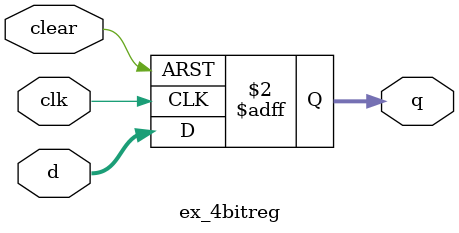
<source format=v>
module ex_4bitreg(clk,clear,d,q);

input clk    ;
input clear  ;
input [3:0] d;

output reg [3:0] q;

always@(posedge clear or posedge clk) begin
	if(clear)
	 q <= 4'b0;
	else
	 q <= d;
end

endmodule

</source>
